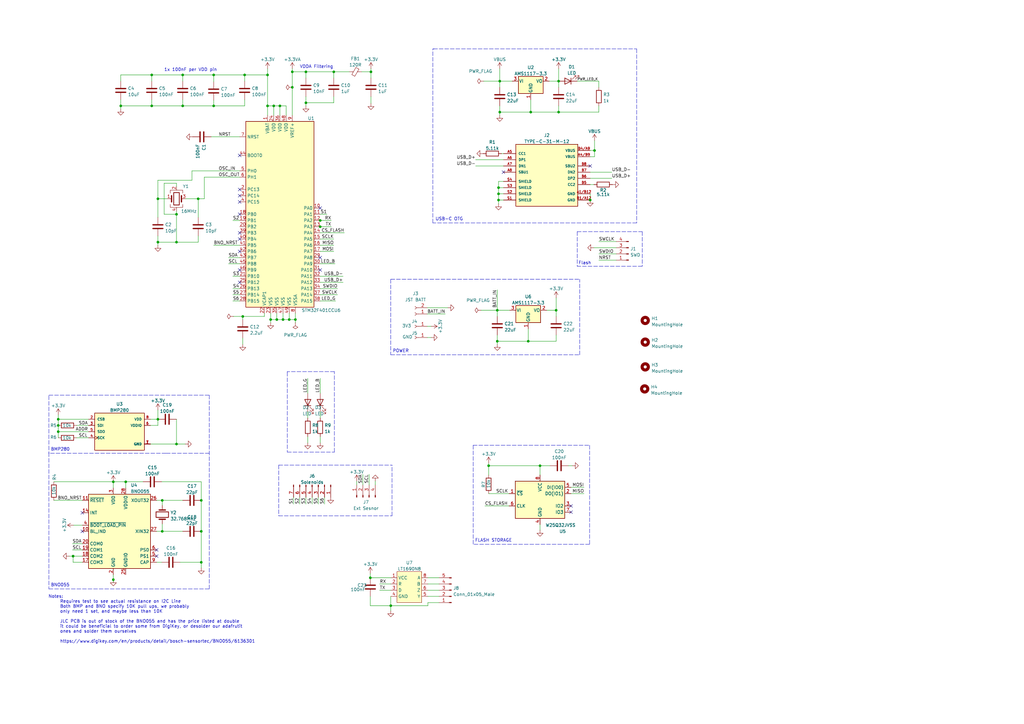
<source format=kicad_sch>
(kicad_sch (version 20211123) (generator eeschema)
  (paper "A3")
  (lib_symbols
    (symbol "BMP280:BMP280" (pin_names (offset 1.016))
      (property "Reference" "U" (at -10.1796 7.6347 0))
      (property "Value" "BMP280" (at -10.1693 -10.1693 0))
      (symbol "BMP280_0_0"
        (pin power_in line (at 12.7 -5.08 180) (length 2.54) (name "GND") (number "1"))
        (pin input line (at -12.7 5.08 0) (length 2.54) (name "CSB") (number "2"))
        (pin bidirectional line (at -12.7 2.54 0) (length 2.54) (name "SDI") (number "3"))
        (pin input clock (at -12.7 -2.54 0) (length 2.54) (name "SCK") (number "4"))
        (pin bidirectional line (at -12.7 0 0) (length 2.54) (name "SDO") (number "5"))
        (pin power_in line (at 12.7 2.54 180) (length 2.54) (name "VDDIO") (number "6"))
        (pin power_in line (at 12.7 -5.08 180) (length 2.54) (name "GND") (number "7"))
        (pin power_in line (at 12.7 5.08 180) (length 2.54) (name "VDD") (number "8"))
      )
    )
    (symbol "Connector:Conn_01x01_Female" (pin_names (offset 1.016) hide)
      (property "Reference" "J" (at 0 2.54 0))
      (property "Value" "Conn_01x01_Female" (at 0 -2.54 0))
      (symbol "Conn_01x01_Female_1_1"
        (pin passive line (at -5.08 0 0) (length 3.81) (name "Pin_1") (number "1"))
      )
    )
    (symbol "Connector:Conn_01x02_Female" (pin_names (offset 1.016) hide)
      (property "Reference" "J" (at 0 2.54 0))
      (property "Value" "Conn_01x02_Female" (at 0 -5.08 0))
      (symbol "Conn_01x02_Female_1_1"
        (pin passive line (at -5.08 0 0) (length 3.81) (name "Pin_1") (number "1"))
        (pin passive line (at -5.08 -2.54 0) (length 3.81) (name "Pin_2") (number "2"))
      )
    )
    (symbol "Connector:Conn_01x04_Male" (pin_names (offset 1.016) hide)
      (property "Reference" "J" (at 0 5.08 0))
      (property "Value" "Conn_01x04_Male" (at 0 -7.62 0))
      (symbol "Conn_01x04_Male_1_1"
        (pin passive line (at 5.08 2.54 180) (length 3.81) (name "Pin_1") (number "1"))
        (pin passive line (at 5.08 0 180) (length 3.81) (name "Pin_2") (number "2"))
        (pin passive line (at 5.08 -2.54 180) (length 3.81) (name "Pin_3") (number "3"))
        (pin passive line (at 5.08 -5.08 180) (length 3.81) (name "Pin_4") (number "4"))
      )
    )
    (symbol "Connector:Conn_01x05_Male" (pin_names (offset 1.016) hide)
      (property "Reference" "J" (at 0 7.62 0))
      (property "Value" "Conn_01x05_Male" (at 0 -7.62 0))
      (symbol "Conn_01x05_Male_1_1"
        (pin passive line (at 5.08 5.08 180) (length 3.81) (name "Pin_1") (number "1"))
        (pin passive line (at 5.08 2.54 180) (length 3.81) (name "Pin_2") (number "2"))
        (pin passive line (at 5.08 0 180) (length 3.81) (name "Pin_3") (number "3"))
        (pin passive line (at 5.08 -2.54 180) (length 3.81) (name "Pin_4") (number "4"))
        (pin passive line (at 5.08 -5.08 180) (length 3.81) (name "Pin_5") (number "5"))
      )
    )
    (symbol "Connector:Conn_01x07_Male" (pin_names (offset 1.016) hide)
      (property "Reference" "J" (at 0 10.16 0))
      (property "Value" "Conn_01x07_Male" (at 0 -10.16 0))
      (symbol "Conn_01x07_Male_1_1"
        (pin passive line (at 5.08 7.62 180) (length 3.81) (name "Pin_1") (number "1"))
        (pin passive line (at 5.08 5.08 180) (length 3.81) (name "Pin_2") (number "2"))
        (pin passive line (at 5.08 2.54 180) (length 3.81) (name "Pin_3") (number "3"))
        (pin passive line (at 5.08 0 180) (length 3.81) (name "Pin_4") (number "4"))
        (pin passive line (at 5.08 -2.54 180) (length 3.81) (name "Pin_5") (number "5"))
        (pin passive line (at 5.08 -5.08 180) (length 3.81) (name "Pin_6") (number "6"))
        (pin passive line (at 5.08 -7.62 180) (length 3.81) (name "Pin_7") (number "7"))
      )
    )
    (symbol "Device:C" (pin_numbers hide) (pin_names (offset 0.254))
      (property "Reference" "C" (at 0.635 2.54 0))
      (property "Value" "C" (at 0.635 -2.54 0))
      (symbol "C_1_1"
        (pin passive line (at 0 3.81 270) (length 2.794) (name "~") (number "1"))
        (pin passive line (at 0 -3.81 90) (length 2.794) (name "~") (number "2"))
      )
    )
    (symbol "Device:Crystal" (pin_numbers hide) (pin_names (offset 1.016) hide)
      (property "Reference" "Y" (at 0 3.81 0))
      (property "Value" "Crystal" (at 0 -3.81 0))
      (symbol "Crystal_1_1"
        (pin passive line (at -3.81 0 0) (length 1.27) (name "1") (number "1"))
        (pin passive line (at 3.81 0 180) (length 1.27) (name "2") (number "2"))
      )
    )
    (symbol "Device:Crystal_GND24" (pin_names (offset 1.016) hide)
      (property "Reference" "Y" (at 3.175 5.08 0))
      (property "Value" "Crystal_GND24" (at 3.175 3.175 0))
      (symbol "Crystal_GND24_1_1"
        (pin passive line (at -3.81 0 0) (length 1.27) (name "1") (number "1"))
        (pin passive line (at 0 5.08 270) (length 1.27) (name "2") (number "2"))
        (pin passive line (at 3.81 0 180) (length 1.27) (name "3") (number "3"))
        (pin passive line (at 0 -5.08 90) (length 1.27) (name "4") (number "4"))
      )
    )
    (symbol "Device:FerriteBead_Small" (pin_numbers hide) (pin_names (offset 0))
      (property "Reference" "FB" (at 1.905 1.27 0))
      (property "Value" "FerriteBead_Small" (at 1.905 -1.27 0))
      (symbol "FerriteBead_Small_1_1"
        (pin passive line (at 0 2.54 270) (length 1.27) (name "~") (number "1"))
        (pin passive line (at 0 -2.54 90) (length 1.27) (name "~") (number "2"))
      )
    )
    (symbol "Device:LED" (pin_numbers hide) (pin_names (offset 1.016) hide)
      (property "Reference" "D" (at 0 2.54 0))
      (property "Value" "LED" (at 0 -2.54 0))
      (symbol "LED_1_1"
        (pin passive line (at -3.81 0 0) (length 2.54) (name "K") (number "1"))
        (pin passive line (at 3.81 0 180) (length 2.54) (name "A") (number "2"))
      )
    )
    (symbol "Device:R" (pin_numbers hide) (pin_names (offset 0))
      (property "Reference" "R" (at 2.032 0 90))
      (property "Value" "R" (at 0 0 90))
      (symbol "R_1_1"
        (pin passive line (at 0 3.81 270) (length 1.27) (name "~") (number "1"))
        (pin passive line (at 0 -3.81 90) (length 1.27) (name "~") (number "2"))
      )
    )
    (symbol "MCU_ST_STM32F4:STM32F401CCUx"
      (property "Reference" "U?" (at 10.16 39.37 0))
      (property "Value" "STM32F401CCU6" (at 7.62 -39.37 0))
      (symbol "STM32F401CCUx_1_1"
        (pin power_in line (at -6.35 40.64 270) (length 2.54) (name "VBAT") (number "1"))
        (pin bidirectional line (at 15.24 2.54 180) (length 2.54) (name "PA0") (number "10"))
        (pin bidirectional line (at 15.24 0 180) (length 2.54) (name "PA1") (number "11"))
        (pin bidirectional line (at 15.24 -2.54 180) (length 2.54) (name "PA2") (number "12"))
        (pin bidirectional line (at 15.24 -5.08 180) (length 2.54) (name "PA3") (number "13"))
        (pin bidirectional line (at 15.24 -7.62 180) (length 2.54) (name "PA4") (number "14"))
        (pin bidirectional line (at 15.24 -10.16 180) (length 2.54) (name "PA5") (number "15"))
        (pin bidirectional line (at 15.24 -12.7 180) (length 2.54) (name "PA6") (number "16"))
        (pin bidirectional line (at 15.24 -15.24 180) (length 2.54) (name "PA7") (number "17"))
        (pin bidirectional line (at -17.78 0 0) (length 2.54) (name "PB0") (number "18"))
        (pin bidirectional line (at -17.78 -2.54 0) (length 2.54) (name "PB1") (number "19"))
        (pin bidirectional line (at -17.78 10.16 0) (length 2.54) (name "PC13") (number "2"))
        (pin bidirectional line (at -17.78 -5.08 0) (length 2.54) (name "PB2") (number "20"))
        (pin bidirectional line (at -17.78 -25.4 0) (length 2.54) (name "PB10") (number "21"))
        (pin power_in line (at -7.62 -40.64 90) (length 2.54) (name "VCAP1") (number "22"))
        (pin power_in line (at -5.08 -40.64 90) (length 2.54) (name "VSS") (number "23"))
        (pin power_in line (at -3.81 40.64 270) (length 2.54) (name "VDD") (number "24"))
        (pin bidirectional line (at -17.78 -27.94 0) (length 2.54) (name "PB12") (number "25"))
        (pin bidirectional line (at -17.78 -30.48 0) (length 2.54) (name "PB13") (number "26"))
        (pin bidirectional line (at -17.78 -33.02 0) (length 2.54) (name "PB14") (number "27"))
        (pin bidirectional line (at -17.78 -35.56 0) (length 2.54) (name "PB15") (number "28"))
        (pin bidirectional line (at 15.24 -17.78 180) (length 2.54) (name "PA8") (number "29"))
        (pin bidirectional line (at -17.78 7.62 0) (length 2.54) (name "PC14") (number "3"))
        (pin bidirectional line (at 15.24 -20.32 180) (length 2.54) (name "PA9") (number "30"))
        (pin bidirectional line (at 15.24 -22.86 180) (length 2.54) (name "PA10") (number "31"))
        (pin bidirectional line (at 15.24 -25.4 180) (length 2.54) (name "PA11") (number "32"))
        (pin bidirectional line (at 15.24 -27.94 180) (length 2.54) (name "PA12") (number "33"))
        (pin bidirectional line (at 15.24 -30.48 180) (length 2.54) (name "PA13") (number "34"))
        (pin power_in line (at -2.54 -40.64 90) (length 2.54) (name "VSS") (number "35"))
        (pin power_in line (at -1.27 40.64 270) (length 2.54) (name "VDD") (number "36"))
        (pin bidirectional line (at 15.24 -33.02 180) (length 2.54) (name "PA14") (number "37"))
        (pin bidirectional line (at 15.24 -35.56 180) (length 2.54) (name "PA15") (number "38"))
        (pin bidirectional line (at -17.78 -7.62 0) (length 2.54) (name "PB3") (number "39"))
        (pin bidirectional line (at -17.78 5.08 0) (length 2.54) (name "PC15") (number "4"))
        (pin bidirectional line (at -17.78 -10.16 0) (length 2.54) (name "PB4") (number "40"))
        (pin bidirectional line (at -17.78 -12.7 0) (length 2.54) (name "PB5") (number "41"))
        (pin bidirectional line (at -17.78 -15.24 0) (length 2.54) (name "PB6") (number "42"))
        (pin bidirectional line (at -17.78 -17.78 0) (length 2.54) (name "PB7") (number "43"))
        (pin input line (at -17.78 24.13 0) (length 2.54) (name "BOOT0") (number "44"))
        (pin bidirectional line (at -17.78 -20.32 0) (length 2.54) (name "PB8") (number "45"))
        (pin bidirectional line (at -17.78 -22.86 0) (length 2.54) (name "PB9") (number "46"))
        (pin power_in line (at 0 -40.64 90) (length 2.54) (name "VSS") (number "47"))
        (pin power_in line (at 1.27 40.64 270) (length 2.54) (name "VDD") (number "48"))
        (pin power_in line (at 2.54 -40.64 90) (length 2.54) (name "VSS") (number "49"))
        (pin input line (at -17.78 17.78 0) (length 2.54) (name "PH0") (number "5"))
        (pin input line (at -17.78 15.24 0) (length 2.54) (name "PH1") (number "6"))
        (pin input line (at -17.78 31.75 0) (length 2.54) (name "NRST") (number "7"))
        (pin power_in line (at 5.08 -40.64 90) (length 2.54) (name "VSSA") (number "8"))
        (pin power_in line (at 3.81 40.64 270) (length 2.54) (name "VREF+") (number "9"))
      )
    )
    (symbol "Mechanical:MountingHole" (pin_names (offset 1.016))
      (property "Reference" "H" (at 0 5.08 0))
      (property "Value" "MountingHole" (at 0 3.175 0))
    )
    (symbol "Memory_Flash:W25Q32JVSS"
      (property "Reference" "U" (at -8.89 8.89 0))
      (property "Value" "W25Q32JVSS" (at 7.62 8.89 0))
      (symbol "W25Q32JVSS_1_1"
        (pin input line (at -12.7 2.54 0) (length 2.54) (name "~{CS}") (number "1"))
        (pin bidirectional line (at 12.7 2.54 180) (length 2.54) (name "DO(IO1)") (number "2"))
        (pin bidirectional line (at 12.7 -2.54 180) (length 2.54) (name "IO2") (number "3"))
        (pin power_in line (at 0 -10.16 90) (length 2.54) (name "GND") (number "4"))
        (pin bidirectional line (at 12.7 5.08 180) (length 2.54) (name "DI(IO0)") (number "5"))
        (pin input line (at -12.7 -2.54 0) (length 2.54) (name "CLK") (number "6"))
        (pin bidirectional line (at 12.7 -5.08 180) (length 2.54) (name "IO3") (number "7"))
        (pin power_in line (at 0 10.16 270) (length 2.54) (name "VCC") (number "8"))
      )
    )
    (symbol "Regulator_Linear:AMS1117-3.3" (pin_names (offset 0.254))
      (property "Reference" "U" (at -3.81 3.175 0))
      (property "Value" "AMS1117-3.3" (at 0 3.175 0))
      (symbol "AMS1117-3.3_1_1"
        (pin power_in line (at 0 -7.62 90) (length 2.54) (name "GND") (number "1"))
        (pin power_out line (at 7.62 0 180) (length 2.54) (name "VO") (number "2"))
        (pin power_in line (at -7.62 0 0) (length 2.54) (name "VI") (number "3"))
      )
    )
    (symbol "Sensor_Motion:BNO055"
      (property "Reference" "U" (at -11.43 16.51 0))
      (property "Value" "BNO055" (at 12.7 16.51 0))
      (symbol "BNO055_1_1"
        (pin no_connect line (at -12.7 10.16 0) (length 2.54) hide (name "PIN1") (number "1"))
        (pin output line (at -15.24 0 0) (length 2.54) (name "BL_IND") (number "10"))
        (pin input line (at -15.24 12.7 0) (length 2.54) (name "~{RESET}") (number "11"))
        (pin no_connect line (at 12.7 10.16 180) (length 2.54) hide (name "PIN12") (number "12"))
        (pin no_connect line (at 12.7 7.62 180) (length 2.54) hide (name "PIN13") (number "13"))
        (pin output line (at -15.24 7.62 0) (length 2.54) (name "INT") (number "14"))
        (pin passive line (at 2.54 -17.78 90) (length 2.54) hide (name "GNDIO") (number "15"))
        (pin passive line (at 2.54 -17.78 90) (length 2.54) hide (name "GNDIO") (number "16"))
        (pin input line (at -15.24 -12.7 0) (length 2.54) (name "COM3") (number "17"))
        (pin bidirectional line (at -15.24 -10.16 0) (length 2.54) (name "COM2") (number "18"))
        (pin bidirectional line (at -15.24 -7.62 0) (length 2.54) (name "COM1") (number "19"))
        (pin power_in line (at -2.54 -17.78 90) (length 2.54) (name "GND") (number "2"))
        (pin bidirectional line (at -15.24 -5.08 0) (length 2.54) (name "COM0") (number "20"))
        (pin no_connect line (at 12.7 5.08 180) (length 2.54) hide (name "PIN21") (number "21"))
        (pin no_connect line (at 12.7 2.54 180) (length 2.54) hide (name "PIN22") (number "22"))
        (pin no_connect line (at 12.7 -2.54 180) (length 2.54) hide (name "PIN23") (number "23"))
        (pin no_connect line (at 12.7 -5.08 180) (length 2.54) hide (name "PIN24") (number "24"))
        (pin power_in line (at 2.54 -17.78 90) (length 2.54) (name "GNDIO") (number "25"))
        (pin output line (at 15.24 12.7 180) (length 2.54) (name "XOUT32") (number "26"))
        (pin input line (at 15.24 0 180) (length 2.54) (name "XIN32") (number "27"))
        (pin power_in line (at 2.54 17.78 270) (length 2.54) (name "VDDIO") (number "28"))
        (pin power_in line (at -2.54 17.78 270) (length 2.54) (name "VDD") (number "3"))
        (pin input line (at -15.24 2.54 0) (length 2.54) (name "~{BOOT_LOAD_PIN}") (number "4"))
        (pin input line (at 15.24 -10.16 180) (length 2.54) (name "PS1") (number "5"))
        (pin input line (at 15.24 -7.62 180) (length 2.54) (name "PS0") (number "6"))
        (pin no_connect line (at -12.7 5.08 0) (length 2.54) hide (name "PIN7") (number "7"))
        (pin no_connect line (at -12.7 -2.54 0) (length 2.54) hide (name "PIN8") (number "8"))
        (pin passive line (at 15.24 -12.7 180) (length 2.54) (name "CAP") (number "9"))
      )
    )
    (symbol "TYPE-C-31-M-12:TYPE-C-31-M-12" (pin_names (offset 1.016))
      (property "Reference" "J3" (at 0 16.3998 0))
      (property "Value" "TYPE-C-31-M-12" (at 0 13.8629 0))
      (symbol "TYPE-C-31-M-12_0_0"
        (pin power_in line (at 17.78 -7.62 180) (length 5.08) (name "GND") (number "A1/B12"))
        (pin power_in line (at 17.78 7.62 180) (length 5.08) (name "VBUS") (number "A4/B9"))
        (pin bidirectional line (at -17.78 8.89 0) (length 5.08) (name "CC1") (number "A5"))
        (pin bidirectional line (at -17.78 6.35 0) (length 5.08) (name "DP1") (number "A6"))
        (pin bidirectional line (at -17.78 3.81 0) (length 5.08) (name "DN1") (number "A7"))
        (pin bidirectional line (at -17.78 1.27 0) (length 5.08) (name "SBU1") (number "A8"))
        (pin power_in line (at 17.78 -10.16 180) (length 5.08) (name "GND") (number "B1/A12"))
        (pin power_in line (at 17.78 10.16 180) (length 5.08) (name "VBUS") (number "B4/A9"))
        (pin bidirectional line (at 17.78 -3.81 180) (length 5.08) (name "CC2") (number "B5"))
        (pin bidirectional line (at 17.78 -1.27 180) (length 5.08) (name "DP2") (number "B6"))
        (pin bidirectional line (at 17.78 1.27 180) (length 5.08) (name "DN2") (number "B7"))
        (pin bidirectional line (at 17.78 3.81 180) (length 5.08) (name "SBU2") (number "B8"))
        (pin passive line (at -17.78 -10.16 0) (length 5.08) (name "SHIELD") (number "S1"))
        (pin passive line (at -17.78 -7.62 0) (length 5.08) (name "SHIELD") (number "S2"))
        (pin passive line (at -17.78 -5.08 0) (length 5.08) (name "SHIELD") (number "S3"))
        (pin passive line (at -17.78 -2.54 0) (length 5.08) (name "SHIELD") (number "S4"))
      )
    )
    (symbol "lt1690n8:LT1690N8"
      (property "Reference" "U?" (at 0 9.999 0))
      (property "Value" "LT1690N8" (at 0 7.4621 0))
      (symbol "LT1690N8_1_1"
        (pin power_in line (at -7.62 3.81 0) (length 2.54) (name "VCC") (number "1"))
        (pin output line (at -7.62 1.27 0) (length 2.54) (name "R") (number "2"))
        (pin input line (at -7.62 -1.27 0) (length 2.54) (name "D") (number "3"))
        (pin power_in line (at -7.62 -3.81 0) (length 2.54) (name "GND") (number "4"))
        (pin output line (at 7.62 -3.81 180) (length 2.54) (name "Y") (number "5"))
        (pin output line (at 7.62 -1.27 180) (length 2.54) (name "Z") (number "6"))
        (pin input line (at 7.62 1.27 180) (length 2.54) (name "B") (number "7"))
        (pin input line (at 7.62 3.81 180) (length 2.54) (name "A") (number "8"))
      )
    )
    (symbol "power:+3.3V" (power) (pin_names (offset 0))
      (property "Value" "+3.3V" (at 0 3.556 0))
      (symbol "+3.3V_1_1"
        (pin power_in line (at 0 0 90) (length 0) hide (name "+3.3V") (number "1"))
      )
    )
    (symbol "power:+3.3VA" (power) (pin_names (offset 0))
      (property "Value" "+3.3VA" (at 0 3.556 0))
      (symbol "+3.3VA_1_1"
        (pin power_in line (at 0 0 90) (length 0) hide (name "+3.3VA") (number "1"))
      )
    )
    (symbol "power:GND" (power) (pin_names (offset 0))
      (property "Value" "GND" (at 0 -3.81 0))
      (symbol "GND_1_1"
        (pin power_in line (at 0 0 270) (length 0) hide (name "GND") (number "1"))
      )
    )
    (symbol "power:PWR_FLAG" (power) (pin_numbers hide) (pin_names (offset 0) hide)
      (property "Value" "PWR_FLAG" (at 0 3.81 0))
      (symbol "PWR_FLAG_0_0"
        (pin power_out line (at 0 0 90) (length 0) (name "pwr") (number "1"))
      )
    )
    (symbol "power:VBUS" (power) (pin_names (offset 0))
      (property "Value" "VBUS" (at 0 3.81 0))
      (symbol "VBUS_1_1"
        (pin power_in line (at 0 0 90) (length 0) hide (name "VBUS") (number "1"))
      )
    )
  )
  (junction (at 29.972 228.092))
  (junction (at 203.962 127.254))
  (junction (at 99.568 129.794))
  (junction (at 74.93 30.734))
  (junction (at 23.876 177.038))
  (junction (at 110.998 131.064))
  (junction (at 46.482 197.612))
  (junction (at 229.108 45.974))
  (junction (at 23.876 171.958))
  (junction (at 66.548 217.932))
  (junction (at 72.39 182.118))
  (junction (at 216.662 139.954))
  (junction (at 23.876 174.498))
  (junction (at 243.84 61.722))
  (junction (at 46.482 237.744))
  (junction (at 72.39 87.884))
  (junction (at 203.962 139.954))
  (junction (at 81.28 81.534))
  (junction (at 74.93 43.434))
  (junction (at 204.47 76.962))
  (junction (at 66.548 205.232))
  (junction (at 64.77 99.314))
  (junction (at 204.47 82.042))
  (junction (at 136.906 29.464))
  (junction (at 82.55 205.232))
  (junction (at 64.77 81.534))
  (junction (at 118.618 131.064))
  (junction (at 87.63 30.734))
  (junction (at 228.092 127.254))
  (junction (at 72.39 99.314))
  (junction (at 125.476 29.464))
  (junction (at 204.47 79.502))
  (junction (at 113.538 131.064))
  (junction (at 152.146 29.464))
  (junction (at 64.77 171.958))
  (junction (at 221.488 191.008))
  (junction (at 204.978 33.274))
  (junction (at 160.274 248.412))
  (junction (at 114.808 43.434))
  (junction (at 82.55 230.632))
  (junction (at 51.562 197.612))
  (junction (at 229.108 33.274))
  (junction (at 119.888 35.814))
  (junction (at 116.078 131.064))
  (junction (at 119.888 29.464))
  (junction (at 100.33 30.734))
  (junction (at 109.728 30.734))
  (junction (at 112.268 43.434))
  (junction (at 217.678 45.974))
  (junction (at 109.728 43.434))
  (junction (at 151.892 236.982))
  (junction (at 62.23 30.734))
  (junction (at 131.318 92.964))
  (junction (at 49.53 43.434))
  (junction (at 131.318 90.424))
  (junction (at 121.158 131.064))
  (junction (at 62.23 43.434))
  (junction (at 125.476 42.164))
  (junction (at 204.978 45.974))
  (junction (at 242.062 82.042))
  (junction (at 200.406 191.008))
  (junction (at 87.63 43.434))
  (junction (at 82.55 217.932))
  (no_connect (at 206.502 70.612))
  (no_connect (at 98.298 115.824))
  (no_connect (at 98.298 110.744))
  (no_connect (at 98.298 98.044))
  (no_connect (at 98.298 77.724))
  (no_connect (at 131.318 85.344))
  (no_connect (at 98.298 80.264))
  (no_connect (at 98.298 82.804))
  (no_connect (at 98.298 87.884))
  (no_connect (at 98.298 63.754))
  (no_connect (at 242.062 68.072))
  (no_connect (at 33.782 210.312))
  (no_connect (at 64.262 228.092))
  (no_connect (at 64.262 225.552))
  (no_connect (at 33.782 217.932))
  (no_connect (at 98.298 103.124))
  (no_connect (at 131.318 110.744))
  (no_connect (at 131.318 105.664))
  (no_connect (at 98.298 95.504))
  (no_connect (at 234.188 207.518))
  (no_connect (at 234.188 210.058))
  (wire (pts (xy 66.548 205.232) (xy 74.93 205.232)))
  (wire (pts (xy 155.702 239.522) (xy 160.274 239.522)))
  (polyline (pts (xy 236.728 94.996) (xy 236.728 109.22)))
  (wire (pts (xy 100.33 30.734) (xy 109.728 30.734)))
  (wire (pts (xy 160.274 248.412) (xy 160.274 244.602)))
  (wire (pts (xy 229.108 43.434) (xy 229.108 45.974)))
  (wire (pts (xy 66.294 197.612) (xy 82.55 197.612)))
  (polyline (pts (xy 20.066 162.306) (xy 20.066 185.928)))
  (wire (pts (xy 99.568 138.684) (xy 99.568 141.224)))
  (wire (pts (xy 72.39 87.884) (xy 72.39 86.614)))
  (wire (pts (xy 29.972 230.632) (xy 29.972 228.092)))
  (wire (pts (xy 23.876 174.498) (xy 23.876 177.038)))
  (wire (pts (xy 78.74 70.104) (xy 78.74 73.914)))
  (wire (pts (xy 252.73 99.06) (xy 245.618 99.06)))
  (wire (pts (xy 175.514 236.982) (xy 180.086 236.982)))
  (wire (pts (xy 64.77 81.534) (xy 64.77 89.154)))
  (wire (pts (xy 198.882 207.518) (xy 208.788 207.518)))
  (wire (pts (xy 136.906 39.624) (xy 136.906 42.164)))
  (wire (pts (xy 126.238 168.91) (xy 126.238 171.45)))
  (wire (pts (xy 119.888 35.814) (xy 119.888 47.244)))
  (wire (pts (xy 217.678 40.894) (xy 217.678 45.974)))
  (polyline (pts (xy 114.3 190.754) (xy 114.3 211.582)))
  (wire (pts (xy 126.238 179.07) (xy 126.238 181.61)))
  (polyline (pts (xy 85.852 241.554) (xy 85.852 185.928)))
  (wire (pts (xy 62.23 40.894) (xy 62.23 43.434)))
  (wire (pts (xy 66.548 217.932) (xy 64.262 217.932)))
  (wire (pts (xy 204.978 33.274) (xy 210.058 33.274)))
  (wire (pts (xy 64.262 230.632) (xy 66.294 230.632)))
  (polyline (pts (xy 160.274 145.542) (xy 237.744 145.542)))
  (wire (pts (xy 30.226 215.392) (xy 33.782 215.392)))
  (wire (pts (xy 109.728 28.194) (xy 109.728 30.734)))
  (wire (pts (xy 64.77 81.534) (xy 68.58 81.534)))
  (wire (pts (xy 74.93 40.894) (xy 74.93 43.434)))
  (wire (pts (xy 82.55 205.232) (xy 82.55 217.932)))
  (wire (pts (xy 243.84 61.722) (xy 242.062 61.722)))
  (polyline (pts (xy 261.112 91.44) (xy 177.546 91.44)))
  (wire (pts (xy 242.062 70.612) (xy 250.952 70.612)))
  (wire (pts (xy 114.808 43.434) (xy 112.268 43.434)))
  (polyline (pts (xy 114.3 190.754) (xy 160.782 190.754)))
  (wire (pts (xy 152.146 28.194) (xy 152.146 29.464)))
  (wire (pts (xy 81.28 81.534) (xy 81.28 89.154)))
  (wire (pts (xy 46.482 235.712) (xy 46.482 237.744)))
  (wire (pts (xy 113.538 128.524) (xy 113.538 131.064)))
  (wire (pts (xy 200.406 189.992) (xy 200.406 191.008)))
  (wire (pts (xy 64.77 96.774) (xy 64.77 99.314)))
  (wire (pts (xy 78.74 73.914) (xy 64.77 73.914)))
  (wire (pts (xy 100.33 43.434) (xy 87.63 43.434)))
  (wire (pts (xy 204.978 28.194) (xy 204.978 33.274)))
  (wire (pts (xy 234.188 202.438) (xy 239.522 202.438)))
  (wire (pts (xy 67.31 75.184) (xy 67.31 87.884)))
  (polyline (pts (xy 85.852 162.052) (xy 85.852 185.928)))
  (wire (pts (xy 64.77 168.148) (xy 64.77 171.958)))
  (wire (pts (xy 229.108 45.974) (xy 217.678 45.974)))
  (wire (pts (xy 125.476 39.624) (xy 125.476 42.164)))
  (polyline (pts (xy 241.808 223.266) (xy 194.056 223.266)))
  (wire (pts (xy 100.33 33.274) (xy 100.33 30.734)))
  (polyline (pts (xy 194.056 182.626) (xy 241.808 182.626)))
  (wire (pts (xy 72.39 87.884) (xy 72.39 99.314)))
  (wire (pts (xy 130.556 206.756) (xy 130.556 203.962)))
  (wire (pts (xy 136.906 32.004) (xy 136.906 29.464)))
  (wire (pts (xy 72.39 75.184) (xy 67.31 75.184)))
  (wire (pts (xy 23.876 177.038) (xy 36.322 177.038)))
  (polyline (pts (xy 194.056 182.626) (xy 194.056 223.266)))
  (wire (pts (xy 126.238 155.194) (xy 126.238 161.29)))
  (wire (pts (xy 152.146 39.624) (xy 152.146 42.418)))
  (wire (pts (xy 131.318 115.824) (xy 140.716 115.824)))
  (polyline (pts (xy 117.856 185.42) (xy 137.16 185.42)))
  (wire (pts (xy 61.722 174.498) (xy 64.77 174.498)))
  (wire (pts (xy 72.39 182.118) (xy 75.946 182.118)))
  (wire (pts (xy 148.844 194.564) (xy 148.844 198.882)))
  (wire (pts (xy 204.978 33.274) (xy 204.978 35.814)))
  (polyline (pts (xy 20.066 162.052) (xy 68.072 162.052)))
  (wire (pts (xy 204.47 76.962) (xy 204.47 79.502)))
  (wire (pts (xy 86.614 56.134) (xy 98.298 56.134)))
  (wire (pts (xy 22.098 205.232) (xy 33.782 205.232)))
  (wire (pts (xy 121.158 131.064) (xy 121.158 132.334)))
  (wire (pts (xy 51.562 197.612) (xy 51.562 200.152)))
  (wire (pts (xy 109.728 30.734) (xy 109.728 43.434)))
  (wire (pts (xy 46.482 197.612) (xy 46.482 200.152)))
  (wire (pts (xy 151.892 248.412) (xy 160.274 248.412)))
  (wire (pts (xy 95.758 129.794) (xy 99.568 129.794)))
  (wire (pts (xy 151.892 235.204) (xy 151.892 236.982)))
  (wire (pts (xy 228.092 127.254) (xy 228.092 129.794)))
  (wire (pts (xy 131.318 123.444) (xy 137.668 123.444)))
  (wire (pts (xy 125.476 42.164) (xy 136.906 42.164)))
  (wire (pts (xy 228.092 137.414) (xy 228.092 139.954)))
  (wire (pts (xy 117.348 43.434) (xy 114.808 43.434)))
  (wire (pts (xy 151.892 244.602) (xy 151.892 248.412)))
  (wire (pts (xy 245.618 33.274) (xy 245.618 35.814)))
  (wire (pts (xy 175.26 133.858) (xy 176.784 133.858)))
  (wire (pts (xy 131.318 179.07) (xy 131.318 181.61)))
  (wire (pts (xy 216.662 139.954) (xy 203.962 139.954)))
  (wire (pts (xy 198.374 33.274) (xy 204.978 33.274)))
  (wire (pts (xy 73.914 230.632) (xy 82.55 230.632)))
  (wire (pts (xy 113.538 131.064) (xy 110.998 131.064)))
  (polyline (pts (xy 160.274 114.554) (xy 160.274 145.542)))
  (wire (pts (xy 204.47 79.502) (xy 206.502 79.502)))
  (wire (pts (xy 175.26 126.238) (xy 183.642 126.238)))
  (wire (pts (xy 245.618 45.974) (xy 229.108 45.974)))
  (wire (pts (xy 225.298 33.274) (xy 229.108 33.274)))
  (wire (pts (xy 121.158 128.524) (xy 121.158 131.064)))
  (wire (pts (xy 121.158 131.064) (xy 118.618 131.064)))
  (wire (pts (xy 46.482 197.612) (xy 51.562 197.612)))
  (wire (pts (xy 61.722 182.118) (xy 72.39 182.118)))
  (wire (pts (xy 118.618 128.524) (xy 118.618 131.064)))
  (polyline (pts (xy 177.546 91.44) (xy 177.546 20.066)))
  (wire (pts (xy 136.906 29.464) (xy 143.256 29.464)))
  (wire (pts (xy 66.548 217.932) (xy 74.93 217.932)))
  (wire (pts (xy 233.172 191.008) (xy 234.696 191.008)))
  (wire (pts (xy 131.318 155.194) (xy 131.318 161.29)))
  (wire (pts (xy 72.39 76.454) (xy 72.39 75.184)))
  (wire (pts (xy 203.962 118.872) (xy 203.962 127.254)))
  (polyline (pts (xy 160.274 114.554) (xy 237.744 114.554)))
  (polyline (pts (xy 261.112 20.066) (xy 261.112 91.44)))
  (polyline (pts (xy 236.728 94.996) (xy 263.398 94.996)))
  (wire (pts (xy 67.31 87.884) (xy 72.39 87.884)))
  (wire (pts (xy 131.318 118.364) (xy 138.43 118.364)))
  (wire (pts (xy 118.618 131.064) (xy 116.078 131.064)))
  (wire (pts (xy 128.016 206.756) (xy 128.016 203.962)))
  (wire (pts (xy 242.062 73.152) (xy 250.952 73.152)))
  (wire (pts (xy 245.618 106.68) (xy 252.73 106.68)))
  (wire (pts (xy 243.586 101.6) (xy 252.73 101.6)))
  (wire (pts (xy 131.318 98.044) (xy 136.906 98.044)))
  (wire (pts (xy 204.47 76.962) (xy 206.502 76.962)))
  (wire (pts (xy 234.188 199.898) (xy 239.522 199.898)))
  (wire (pts (xy 203.962 127.254) (xy 209.042 127.254)))
  (wire (pts (xy 49.53 33.274) (xy 49.53 30.734)))
  (wire (pts (xy 87.63 43.434) (xy 74.93 43.434)))
  (wire (pts (xy 81.28 99.314) (xy 72.39 99.314)))
  (wire (pts (xy 206.502 74.422) (xy 204.47 74.422)))
  (wire (pts (xy 229.108 33.274) (xy 229.108 28.194)))
  (wire (pts (xy 152.146 29.464) (xy 152.146 32.004)))
  (wire (pts (xy 95.504 90.424) (xy 98.298 90.424)))
  (wire (pts (xy 125.476 29.464) (xy 119.888 29.464)))
  (wire (pts (xy 242.062 79.502) (xy 242.062 82.042)))
  (wire (pts (xy 28.448 228.092) (xy 29.972 228.092)))
  (wire (pts (xy 243.84 57.658) (xy 243.84 61.722)))
  (wire (pts (xy 23.876 171.958) (xy 36.322 171.958)))
  (wire (pts (xy 175.26 138.43) (xy 176.784 138.43)))
  (wire (pts (xy 87.63 41.148) (xy 87.63 43.434)))
  (wire (pts (xy 87.63 30.734) (xy 87.63 33.528)))
  (wire (pts (xy 221.488 194.818) (xy 221.488 191.008)))
  (wire (pts (xy 112.268 43.434) (xy 112.268 47.244)))
  (wire (pts (xy 148.336 29.464) (xy 152.146 29.464)))
  (wire (pts (xy 29.718 225.552) (xy 33.782 225.552)))
  (polyline (pts (xy 263.398 109.22) (xy 236.728 109.22)))
  (wire (pts (xy 95.504 118.364) (xy 98.298 118.364)))
  (wire (pts (xy 119.888 28.194) (xy 119.888 29.464)))
  (wire (pts (xy 64.77 174.498) (xy 64.77 171.958)))
  (wire (pts (xy 82.55 217.932) (xy 82.55 230.632)))
  (wire (pts (xy 116.078 131.064) (xy 113.538 131.064)))
  (wire (pts (xy 46.482 237.744) (xy 46.482 238.76)))
  (polyline (pts (xy 177.546 20.066) (xy 178.054 20.066)))
  (wire (pts (xy 175.514 242.062) (xy 180.086 242.062)))
  (wire (pts (xy 122.936 206.756) (xy 122.936 203.962)))
  (polyline (pts (xy 68.072 185.928) (xy 20.066 185.928)))
  (wire (pts (xy 120.396 206.756) (xy 120.396 203.962)))
  (wire (pts (xy 83.82 81.534) (xy 81.28 81.534)))
  (wire (pts (xy 74.93 30.734) (xy 74.93 33.274)))
  (polyline (pts (xy 263.398 94.996) (xy 263.398 109.22)))
  (wire (pts (xy 200.406 202.438) (xy 208.788 202.438)))
  (wire (pts (xy 95.504 123.444) (xy 98.298 123.444)))
  (polyline (pts (xy 114.3 211.582) (xy 160.782 211.582)))
  (polyline (pts (xy 20.066 241.554) (xy 85.852 241.554)))
  (wire (pts (xy 87.63 30.734) (xy 100.33 30.734)))
  (wire (pts (xy 146.304 197.358) (xy 146.304 198.882)))
  (wire (pts (xy 125.476 42.164) (xy 125.476 43.434)))
  (wire (pts (xy 180.086 247.142) (xy 175.514 247.142)))
  (wire (pts (xy 62.23 43.434) (xy 49.53 43.434)))
  (polyline (pts (xy 241.808 182.626) (xy 241.808 223.266)))
  (polyline (pts (xy 137.16 152.4) (xy 117.856 152.4)))
  (wire (pts (xy 95.504 113.284) (xy 98.298 113.284)))
  (polyline (pts (xy 85.852 185.928) (xy 68.072 185.928)))
  (wire (pts (xy 224.282 127.254) (xy 228.092 127.254)))
  (wire (pts (xy 155.702 242.062) (xy 160.274 242.062)))
  (wire (pts (xy 228.092 127.254) (xy 228.092 122.174)))
  (polyline (pts (xy 237.744 145.542) (xy 237.744 114.554)))
  (wire (pts (xy 200.406 191.008) (xy 200.406 194.818)))
  (wire (pts (xy 204.47 79.502) (xy 204.47 82.042)))
  (wire (pts (xy 61.722 171.958) (xy 64.77 171.958)))
  (wire (pts (xy 204.47 74.422) (xy 204.47 76.962)))
  (wire (pts (xy 175.514 248.412) (xy 160.274 248.412)))
  (wire (pts (xy 221.488 191.008) (xy 225.552 191.008)))
  (wire (pts (xy 151.892 236.982) (xy 160.274 236.982)))
  (wire (pts (xy 204.978 45.974) (xy 204.978 47.244)))
  (wire (pts (xy 29.718 223.012) (xy 33.782 223.012)))
  (wire (pts (xy 83.82 72.644) (xy 83.82 81.534)))
  (wire (pts (xy 108.458 129.794) (xy 108.458 128.524)))
  (wire (pts (xy 204.978 43.434) (xy 204.978 45.974)))
  (wire (pts (xy 99.568 129.794) (xy 108.458 129.794)))
  (wire (pts (xy 216.662 134.874) (xy 216.662 139.954)))
  (polyline (pts (xy 117.856 152.654) (xy 117.856 185.42)))
  (polyline (pts (xy 117.856 152.4) (xy 117.856 152.654)))
  (wire (pts (xy 131.318 95.504) (xy 141.224 95.504)))
  (wire (pts (xy 119.888 29.464) (xy 119.888 35.814)))
  (wire (pts (xy 131.318 100.584) (xy 136.906 100.584)))
  (wire (pts (xy 206.502 82.042) (xy 204.47 82.042)))
  (wire (pts (xy 131.318 103.124) (xy 136.906 103.124)))
  (wire (pts (xy 114.808 43.434) (xy 114.808 47.244)))
  (wire (pts (xy 136.906 29.464) (xy 125.476 29.464)))
  (wire (pts (xy 100.33 40.894) (xy 100.33 43.434)))
  (wire (pts (xy 217.678 45.974) (xy 204.978 45.974)))
  (wire (pts (xy 221.488 215.138) (xy 221.488 217.424)))
  (wire (pts (xy 195.072 68.072) (xy 206.502 68.072)))
  (wire (pts (xy 64.77 99.314) (xy 64.77 100.584)))
  (wire (pts (xy 31.496 174.498) (xy 36.322 174.498)))
  (wire (pts (xy 78.74 70.104) (xy 98.298 70.104)))
  (wire (pts (xy 23.876 171.958) (xy 23.876 174.498)))
  (wire (pts (xy 82.55 230.632) (xy 82.55 232.918)))
  (wire (pts (xy 206.502 65.532) (xy 195.072 65.532)))
  (wire (pts (xy 64.262 205.232) (xy 66.548 205.232)))
  (wire (pts (xy 135.8772 92.964) (xy 131.318 92.964)))
  (wire (pts (xy 131.318 168.91) (xy 131.318 171.45)))
  (wire (pts (xy 228.092 139.954) (xy 216.662 139.954)))
  (wire (pts (xy 33.782 230.632) (xy 29.972 230.632)))
  (wire (pts (xy 131.318 87.884) (xy 134.112 87.884)))
  (wire (pts (xy 49.53 43.434) (xy 49.53 44.704)))
  (wire (pts (xy 66.548 205.232) (xy 66.548 207.264)))
  (wire (pts (xy 110.998 128.524) (xy 110.998 131.064)))
  (wire (pts (xy 29.972 228.092) (xy 33.782 228.092)))
  (wire (pts (xy 197.358 127.254) (xy 203.962 127.254)))
  (wire (pts (xy 31.496 179.578) (xy 36.322 179.578)))
  (wire (pts (xy 23.876 170.18) (xy 23.876 171.958)))
  (polyline (pts (xy 160.782 211.582) (xy 160.782 190.754)))
  (wire (pts (xy 72.39 171.958) (xy 72.39 182.118)))
  (wire (pts (xy 204.47 82.042) (xy 204.47 83.566)))
  (wire (pts (xy 125.476 29.464) (xy 125.476 32.004)))
  (wire (pts (xy 242.062 75.692) (xy 243.586 75.692)))
  (wire (pts (xy 203.962 137.414) (xy 203.962 139.954)))
  (wire (pts (xy 49.53 30.734) (xy 62.23 30.734)))
  (wire (pts (xy 116.078 128.524) (xy 116.078 131.064)))
  (wire (pts (xy 131.318 92.964) (xy 131.3052 92.964)))
  (wire (pts (xy 153.924 197.358) (xy 153.924 198.882)))
  (wire (pts (xy 109.728 43.434) (xy 109.728 47.244)))
  (wire (pts (xy 131.318 120.904) (xy 138.43 120.904)))
  (wire (pts (xy 151.384 194.564) (xy 151.384 198.882)))
  (wire (pts (xy 245.618 43.434) (xy 245.618 45.974)))
  (wire (pts (xy 95.504 120.904) (xy 98.298 120.904)))
  (wire (pts (xy 135.8772 90.424) (xy 131.318 90.424)))
  (wire (pts (xy 236.728 33.274) (xy 245.618 33.274)))
  (wire (pts (xy 93.726 108.204) (xy 98.298 108.204)))
  (wire (pts (xy 205.74 62.992) (xy 206.502 62.992)))
  (wire (pts (xy 110.998 131.064) (xy 110.998 132.334)))
  (wire (pts (xy 62.23 30.734) (xy 62.23 33.274)))
  (wire (pts (xy 99.568 131.064) (xy 99.568 129.794)))
  (wire (pts (xy 22.098 197.612) (xy 46.482 197.612)))
  (wire (pts (xy 81.28 96.774) (xy 81.28 99.314)))
  (wire (pts (xy 200.406 191.008) (xy 221.488 191.008)))
  (wire (pts (xy 175.26 128.778) (xy 182.626 128.778)))
  (wire (pts (xy 117.348 47.244) (xy 117.348 43.434)))
  (wire (pts (xy 203.962 139.954) (xy 203.962 141.224)))
  (wire (pts (xy 76.2 81.534) (xy 81.28 81.534)))
  (wire (pts (xy 74.93 43.434) (xy 62.23 43.434)))
  (wire (pts (xy 125.476 206.756) (xy 125.476 203.962)))
  (wire (pts (xy 131.318 113.284) (xy 140.716 113.284)))
  (wire (pts (xy 64.77 73.914) (xy 64.77 81.534)))
  (wire (pts (xy 83.82 72.644) (xy 98.298 72.644)))
  (wire (pts (xy 112.268 43.434) (xy 109.728 43.434)))
  (wire (pts (xy 175.514 244.602) (xy 180.086 244.602)))
  (wire (pts (xy 93.726 105.664) (xy 98.298 105.664)))
  (wire (pts (xy 66.548 214.884) (xy 66.548 217.932)))
  (wire (pts (xy 133.096 206.756) (xy 133.096 203.962)))
  (wire (pts (xy 175.514 247.142) (xy 175.514 248.412)))
  (polyline (pts (xy 137.16 185.42) (xy 137.16 152.4)))
  (polyline (pts (xy 20.066 185.674) (xy 20.066 241.554)))
  (wire (pts (xy 242.062 64.262) (xy 243.84 64.262)))
  (wire (pts (xy 203.962 127.254) (xy 203.962 129.794)))
  (wire (pts (xy 82.55 197.612) (xy 82.55 205.232)))
  (wire (pts (xy 131.318 108.204) (xy 137.414 108.204)))
  (wire (pts (xy 87.63 100.584) (xy 98.298 100.584)))
  (wire (pts (xy 62.23 30.734) (xy 74.93 30.734)))
  (wire (pts (xy 243.84 64.262) (xy 243.84 61.722)))
  (wire (pts (xy 160.274 248.412) (xy 160.274 250.444)))
  (wire (pts (xy 131.318 90.424) (xy 131.3052 90.424)))
  (wire (pts (xy 51.562 197.612) (xy 58.674 197.612)))
  (wire (pts (xy 72.39 99.314) (xy 64.77 99.314)))
  (wire (pts (xy 23.876 177.038) (xy 23.876 179.578)))
  (wire (pts (xy 49.53 40.894) (xy 49.53 43.434)))
  (wire (pts (xy 229.108 33.274) (xy 229.108 35.814)))
  (wire (pts (xy 74.93 30.734) (xy 87.63 30.734)))
  (wire (pts (xy 175.514 239.522) (xy 180.086 239.522)))
  (polyline (pts (xy 177.8 20.066) (xy 261.112 20.066)))
  (wire (pts (xy 252.73 104.14) (xy 245.618 104.14)))
  (polyline (pts (xy 68.072 162.052) (xy 85.852 162.052)))
  (text "VDDA Filtering" (at 122.936 28.194 0) (effects (font (size 1.27 1.27)) (justify left bottom)))
  (text "Flash" (at 237.236 108.712 0) (effects (font (size 1.27 1.27)) (justify left bottom)))
  (text "FLASH STORAGE" (at 194.818 222.504 0) (effects (font (size 1.27 1.27)) (justify left bottom)))
  (text "1x 100nF per VDD pin" (at 67.31 29.464 0) (effects (font (size 1.27 1.27)) (justify left bottom)))
  (text "Notes:\n	Requires test to see actual resistance on I2C Line\n	Both BMP and BNO specify 10K pull ups, we probably\n	only need 1 set, and maybe less than 10K\n\n	JLC PCB is out of stock of the BNO055 and has the price listed at double\n	it could be beneficial to order some from DigiKey, or desolder our adafrutit\n	ones and solder them ourselves\n\n	https://www.digikey.com/en/products/detail/bosch-sensortec/BNO055/6136301" (at 19.812 263.906 0) (effects (font (size 1.27 1.27)) (justify left bottom)))
  (text "USB-C OTG" (at 178.562 90.678 0) (effects (font (size 1.27 1.27)) (justify left bottom)))
  (text "BNO055" (at 20.828 240.792 0) (effects (font (size 1.27 1.27)) (justify left bottom)))
  (text "BMP280" (at 20.828 185.166 0) (effects (font (size 1.27 1.27)) (justify left bottom)))
  (text "POWER" (at 161.036 144.78 0) (effects (font (size 1.27 1.27)) (justify left bottom)))
  (label "SCL" (at 151.384 194.564 270))
  (label "USB_D-" (at 140.716 113.284 180))
  (label "USB_D+" (at 140.716 115.824 180))
  (label "S2" (at 122.936 206.756 90))
  (label "S1" (at 120.396 206.756 90))
  (label "SCL" (at 93.726 108.204 0))
  (label "SCL" (at 32.258 179.578 0))
  (label "USB_D-" (at 195.072 68.072 180))
  (label "LED_B" (at 137.414 108.204 180))
  (label "USB_D+" (at 195.072 65.532 180))
  (label "OSC_IN" (at 89.662 70.104 0))
  (label "BNO_NRST" (at 87.63 100.584 0))
  (label "SWCLK" (at 245.618 99.06 0))
  (label "CS_FLASH" (at 141.224 95.504 180))
  (label "LED_G" (at 137.668 123.444 180))
  (label "SWDIO" (at 245.618 104.14 0))
  (label "S5" (at 130.556 206.756 90))
  (label "S3" (at 125.476 206.756 90))
  (label "OSC_OUT" (at 89.662 72.644 0))
  (label "NRST" (at 245.618 106.68 0))
  (label "BATT_IN" (at 203.962 118.872 270))
  (label "TX" (at 135.8772 92.964 180))
  (label "BATT_IN" (at 182.626 128.778 180))
  (label "USB_D-" (at 250.952 70.612 0))
  (label "S6" (at 95.504 123.444 0))
  (label "CS_FLASH" (at 198.882 207.518 0))
  (label "MOSI" (at 239.522 199.898 180))
  (label "SWCLK" (at 138.43 120.904 180))
  (label "S4" (at 95.504 118.364 0))
  (label "SDA" (at 93.726 105.664 0))
  (label "SDA" (at 32.258 174.498 0))
  (label "SDA" (at 148.844 194.564 270))
  (label "SCLK" (at 203.454 202.438 0))
  (label "LED_B" (at 131.318 155.194 270))
  (label "S1" (at 134.112 87.884 180))
  (label "MISO" (at 136.906 100.584 180))
  (label "PWR_LED_K" (at 236.728 33.274 0) (effects (font (size 1 1))))
  (label "BNO_NRST" (at 23.622 205.232 0))
  (label "SCLK" (at 136.906 98.044 180))
  (label "RX" (at 135.8772 90.424 180))
  (label "S6" (at 133.096 206.756 90))
  (label "USB_D+" (at 250.952 73.152 0))
  (label "S2" (at 95.504 90.424 0))
  (label "S4" (at 128.016 206.756 90))
  (label "SWDIO" (at 138.43 118.364 180))
  (label "NRST" (at 89.662 56.134 0))
  (label "ADDR" (at 30.988 177.038 0))
  (label "SCL" (at 29.718 225.552 0))
  (label "S5" (at 95.504 120.904 0))
  (label "LED_G" (at 126.238 155.194 270))
  (label "TX" (at 155.702 242.062 0))
  (label "S3" (at 95.504 113.284 0))
  (label "RX" (at 155.702 239.522 0))
  (label "MISO" (at 239.522 202.438 180))
  (label "SDA" (at 29.718 223.012 0))
  (label "MOSI" (at 136.906 103.124 180))
  (symbol (lib_id "power:GND") (at 99.568 141.224 0) (unit 1)
    (property "Reference" "#PWR0116" (effects hide))
    (property "Value" "GND" (effects hide))
  )
  (symbol (lib_id "power:GND") (at 126.238 181.61 0) (unit 1)
    (property "Reference" "#PWR0136" (effects hide))
    (property "Value" "GND" (effects hide))
  )
  (symbol (lib_id "power:GND") (at 135.636 203.962 0) (unit 1)
    (property "Reference" "#PWR0137" (effects hide))
    (property "Value" "GND" (effects hide))
  )
  (symbol (lib_id "power:+3.3V") (at 176.784 133.858 270) (unit 1)
    (property "Reference" "#PWR0134" (effects hide))
    (property "Value" "+3.3V" (at 180.594 133.858 0))
  )
  (symbol (lib_id "power:GND") (at 110.998 132.334 0) (unit 1)
    (property "Reference" "#PWR0117" (effects hide))
    (property "Value" "GND" (effects hide))
  )
  (symbol (lib_id "power:GND") (at 28.448 228.092 270) (unit 1)
    (property "Reference" "#PWR0123" (effects hide))
    (property "Value" "GND" (effects hide))
  )
  (symbol (lib_id "Connector:Conn_01x01_Female") (at 170.18 133.858 0) (mirror y) (unit 1)
    (property "Reference" "J4" (at 171.196 131.826 0) (effects (justify left)))
    (property "Value" "3V3" (at 168.656 133.604 0) (effects (justify left)))
    (property "Footprint" "TestPoint:TestPoint_THTPad_2.5x2.5mm_Drill1.2mm" (effects hide))
  )
  (symbol (lib_id "Device:R") (at 27.686 174.498 90) (unit 1)
    (property "Reference" "R5" (at 20.574 174.498 90) (effects (justify right)))
    (property "Value" "10k" (at 25.654 174.498 90) (effects (justify right)))
    (property "Footprint" "Resistor_SMD:R_0402_1005Metric" (effects hide))
    (property "JLCPCB#" "C60490" (effects hide))
  )
  (symbol (lib_id "power:PWR_FLAG") (at 197.358 127.254 90) (unit 1)
    (property "Reference" "#FLG0105" (effects hide))
    (property "Value" "PWR_FLAG" (at 196.088 123.19 90))
  )
  (symbol (lib_id "power:GND") (at 46.482 237.744 0) (unit 1)
    (property "Reference" "#PWR0125" (effects hide))
    (property "Value" "GND" (effects hide))
  )
  (symbol (lib_id "power:+3.3V") (at 151.892 235.204 0) (unit 1)
    (property "Reference" "#PWR0141" (effects hide))
    (property "Value" "+3.3V" (at 151.892 231.394 0))
  )
  (symbol (lib_id "Regulator_Linear:AMS1117-3.3") (at 216.662 127.254 0) (unit 1)
    (property "Reference" "U6" (at 216.662 121.6492 0))
    (property "Value" "AMS1117-3.3" (at 216.662 124.1861 0))
    (property "Footprint" "Package_TO_SOT_SMD:SOT-223-3_TabPin2" (effects hide))
    (property "Datasheet" "http://www.advanced-monolithic.com/pdf/ds1117.pdf" (effects hide))
    (property "JLCPCB#" "C6186" (effects hide))
  )
  (symbol (lib_id "power:GND") (at 78.994 56.134 270) (unit 1)
    (property "Reference" "#PWR0101" (effects hide))
    (property "Value" "GND" (effects hide))
  )
  (symbol (lib_id "power:GND") (at 152.146 42.418 0) (unit 1)
    (property "Reference" "#PWR0107" (effects hide))
    (property "Value" "GND" (effects hide))
  )
  (symbol (lib_id "Mechanical:MountingHole") (at 264.6397 131.4315 0) (unit 1)
    (property "Reference" "H1" (at 267.1797 130.5968 0) (effects (justify left)))
    (property "Value" "MountingHole" (at 267.1797 133.1337 0) (effects (justify left)))
    (property "Footprint" "MountingHole:MountingHole_3.2mm_M3" (effects hide))
  )
  (symbol (lib_id "Device:R") (at 22.098 201.422 0) (unit 1)
    (property "Reference" "R4" (at 22.352 194.31 90) (effects (justify right)))
    (property "Value" "10k" (at 22.098 199.39 90) (effects (justify right)))
    (property "Footprint" "Resistor_SMD:R_0402_1005Metric" (effects hide))
    (property "JLCPCB#" "C60490" (effects hide))
  )
  (symbol (lib_id "Sensor_Motion:BNO055") (at 49.022 217.932 0) (unit 1)
    (property "Reference" "U4" (at 53.5814 198.9922 0) (effects (justify left)))
    (property "Value" "BNO055" (at 53.5814 201.5291 0) (effects (justify left)))
    (property "Footprint" "Package_LGA:LGA-28_5.2x3.8mm_P0.5mm" (effects hide))
    (property "Datasheet" "https://ae-bst.resource.bosch.com/media/_tech/media/datasheets/BST_BNO055_DS000_14.pdf" (effects hide))
    (property "JLCPCB#" "C93216" (effects hide))
  )
  (symbol (lib_id "Memory_Flash:W25Q32JVSS") (at 221.488 204.978 0) (unit 1)
    (property "Reference" "U5" (at 229.362 217.932 0) (effects (justify left)))
    (property "Value" "W25Q32JVSS" (at 223.774 215.392 0) (effects (justify left)))
    (property "Footprint" "Package_SO:SOIC-8_5.23x5.23mm_P1.27mm" (effects hide))
    (property "Datasheet" "http://www.winbond.com/resource-files/w25q32jv%20revg%2003272018%20plus.pdf" (effects hide))
    (property "JLCPCB#" "C82344" (effects hide))
  )
  (symbol (lib_id "Device:FerriteBead_Small") (at 145.796 29.464 90) (unit 1)
    (property "Reference" "FB1" (at 145.7579 24.0624 90))
    (property "Value" "120R" (at 145.7579 26.5993 90))
    (property "Footprint" "Inductor_SMD:L_0603_1608Metric" (effects hide))
    (property "JLCPCB#" "C85831" (effects hide))
  )
  (symbol (lib_id "power:PWR_FLAG") (at 119.888 35.814 90) (unit 1)
    (property "Reference" "#FLG0101" (effects hide))
    (property "Value" "PWR_FLAG" (effects hide))
  )
  (symbol (lib_id "power:GND") (at 49.53 44.704 0) (unit 1)
    (property "Reference" "#PWR0102" (effects hide))
    (property "Value" "GND" (effects hide))
  )
  (symbol (lib_id "TYPE-C-31-M-12:TYPE-C-31-M-12") (at 224.282 71.882 0) (unit 1)
    (property "Reference" "J2" (at 224.282 55.4822 0))
    (property "Value" "TYPE-C-31-M-12" (at 224.282 58.0191 0))
    (property "Footprint" "USBC:HRO_TYPE-C-31-M-12" (effects hide))
    (property "SNAPEDA_PN" "TYPE-C-31-M-12" (effects hide))
    (property "MAXIMUM_PACKAGE_HEIGHT" "3.26 mm" (effects hide))
    (property "MANUFACTURER" "HRO Electronics Co., Ltd." (effects hide))
    (property "PARTREV" "2020.12.08" (effects hide))
    (property "STANDARD" "Manufacturer Recommendations" (effects hide))
    (property "JLCPCB#" "C165948" (effects hide))
  )
  (symbol (lib_id "power:+3.3V") (at 23.876 170.18 0) (unit 1)
    (property "Reference" "#PWR0120" (effects hide))
    (property "Value" "+3.3V" (at 23.876 166.37 0))
  )
  (symbol (lib_id "Device:C") (at 152.146 35.814 0) (unit 1)
    (property "Reference" "C11" (at 155.067 34.9793 0) (effects (justify left)))
    (property "Value" "1uF" (at 155.067 37.5162 0) (effects (justify left)))
    (property "Footprint" "Capacitor_SMD:C_0402_1005Metric" (effects hide))
    (property "JLCPCB#" "C52923" (effects hide))
  )
  (symbol (lib_id "Device:R") (at 126.238 175.26 0) (unit 1)
    (property "Reference" "R8" (at 128.016 174.4253 0) (effects (justify left)))
    (property "Value" "1k" (at 128.016 176.9622 0) (effects (justify left)))
    (property "Footprint" "Resistor_SMD:R_0402_1005Metric" (effects hide))
    (property "JLCPCB#" "C11702" (effects hide))
  )
  (symbol (lib_id "Regulator_Linear:AMS1117-3.3") (at 217.678 33.274 0) (unit 1)
    (property "Reference" "U2" (at 217.678 27.6692 0))
    (property "Value" "AMS1117-3.3" (at 217.678 30.2061 0))
    (property "Footprint" "Package_TO_SOT_SMD:SOT-223-3_TabPin2" (effects hide))
    (property "Datasheet" "http://www.advanced-monolithic.com/pdf/ds1117.pdf" (effects hide))
    (property "JLCPCB#" "C6186" (effects hide))
  )
  (symbol (lib_id "Device:R") (at 247.396 75.692 270) (unit 1)
    (property "Reference" "R2" (at 247.396 77.978 90))
    (property "Value" "5.11k" (at 247.396 79.756 90))
    (property "Footprint" "Resistor_SMD:R_0402_1005Metric" (effects hide))
    (property "JLCPCB#" "C25906" (effects hide))
  )
  (symbol (lib_id "Device:C") (at 151.892 240.792 0) (mirror y) (unit 1)
    (property "Reference" "C23" (at 146.558 240.03 0) (effects (justify right)))
    (property "Value" "100nF" (at 143.764 241.808 0) (effects (justify right)))
    (property "Footprint" "Capacitor_SMD:C_0402_1005Metric" (effects hide))
    (property "JLCPCB#" "C307331" (effects hide))
  )
  (symbol (lib_id "power:GND") (at 198.12 62.992 270) (unit 1)
    (property "Reference" "#PWR0112" (effects hide))
    (property "Value" "GND" (effects hide))
  )
  (symbol (lib_id "Device:C") (at 64.77 92.964 0) (unit 1)
    (property "Reference" "C2" (at 67.691 92.1293 0) (effects (justify left)))
    (property "Value" "10pF" (at 67.691 94.6662 0) (effects (justify left)))
    (property "Footprint" "Capacitor_SMD:C_0402_1005Metric" (effects hide))
    (property "JLCPCB#" "C32949" (effects hide))
  )
  (symbol (lib_id "power:+3.3V") (at 64.77 168.148 0) (unit 1)
    (property "Reference" "#PWR0119" (effects hide))
    (property "Value" "+3.3V" (at 64.77 164.338 0))
  )
  (symbol (lib_id "lt1690n8:LT1690N8") (at 167.894 240.792 0) (unit 1)
    (property "Reference" "U7" (at 167.894 230.793 0))
    (property "Value" "LT1690N8" (at 167.894 233.3299 0))
    (property "Footprint" "LTC1690N8:LTC1690N8" (effects hide))
  )
  (symbol (lib_id "Device:C") (at 49.53 37.084 0) (unit 1)
    (property "Reference" "C4" (at 52.451 36.2493 0) (effects (justify left)))
    (property "Value" "10uF" (at 52.451 38.7862 0) (effects (justify left)))
    (property "Footprint" "Capacitor_SMD:C_0603_1608Metric" (effects hide))
    (property "JLCPCB#" "C19702" (effects hide))
  )
  (symbol (lib_id "power:GND") (at 82.55 232.918 0) (unit 1)
    (property "Reference" "#PWR0122" (effects hide))
    (property "Value" "GND" (effects hide))
  )
  (symbol (lib_id "power:GND") (at 242.062 82.042 0) (unit 1)
    (property "Reference" "#PWR0114" (effects hide))
    (property "Value" "GND" (effects hide))
  )
  (symbol (lib_id "power:+3.3V") (at 200.406 189.992 0) (unit 1)
    (property "Reference" "#PWR0127" (effects hide))
    (property "Value" "+3.3V" (at 200.406 186.182 0))
  )
  (symbol (lib_id "MCU_ST_STM32F4:STM32F401CCUx") (at 116.078 87.884 0) (unit 1)
    (property "Reference" "U1" (at 126.238 48.514 0) (effects (justify left)))
    (property "Value" "STM32F401CCU6" (at 123.698 127.254 0) (effects (justify left)))
    (property "Footprint" "Package_DFN_QFN:QFN-48-1EP_7x7mm_P0.5mm_EP5.6x5.6mm" (effects hide))
    (property "Datasheet" "http://www.st.com/st-web-ui/static/active/en/resource/technical/document/datasheet/DM00086815.pdf" (effects hide))
    (property "JLCPCB#" "C79861" (effects hide))
  )
  (symbol (lib_id "Device:C") (at 70.104 230.632 90) (unit 1)
    (property "Reference" "C16" (at 70.104 224.7732 90))
    (property "Value" "100nF" (at 70.104 227.3101 90))
    (property "Footprint" "Capacitor_SMD:C_0402_1005Metric" (effects hide))
    (property "JLCPCB#" "C307331" (effects hide))
  )
  (symbol (lib_id "power:VBUS") (at 204.978 28.194 0) (unit 1)
    (property "Reference" "#PWR0111" (effects hide))
    (property "Value" "VBUS" (at 204.978 24.384 0))
  )
  (symbol (lib_id "Device:R") (at 27.686 179.578 90) (unit 1)
    (property "Reference" "R6" (at 20.574 179.324 90) (effects (justify right)))
    (property "Value" "10k" (at 25.654 179.578 90) (effects (justify right)))
    (property "Footprint" "Resistor_SMD:R_0402_1005Metric" (effects hide))
    (property "JLCPCB#" "C60490" (effects hide))
  )
  (symbol (lib_id "Device:C") (at 228.092 133.604 0) (unit 1)
    (property "Reference" "C22" (at 231.013 132.7693 0) (effects (justify left)))
    (property "Value" "22uF" (at 231.013 135.3062 0) (effects (justify left)))
    (property "Footprint" "Capacitor_SMD:C_0805_2012Metric" (effects hide))
    (property "JLCPCB#" "C5674" (effects hide))
  )
  (symbol (lib_id "power:GND") (at 204.47 83.566 0) (unit 1)
    (property "Reference" "#PWR0130" (effects hide))
    (property "Value" "GND" (effects hide))
  )
  (symbol (lib_id "power:GND") (at 125.476 43.434 0) (unit 1)
    (property "Reference" "#PWR0106" (effects hide))
    (property "Value" "GND" (effects hide))
  )
  (symbol (lib_id "Connector:Conn_01x04_Male") (at 257.81 104.14 180) (unit 1)
    (property "Reference" "J1" (at 258.5212 102.0353 0) (effects (justify right)))
    (property "Value" "SWD" (at 258.5212 104.5722 0) (effects (justify right)))
    (property "Footprint" "Connector_PinHeader_2.54mm:PinHeader_1x04_P2.54mm_Vertical" (effects hide))
  )
  (symbol (lib_id "power:GND") (at 75.946 182.118 90) (unit 1)
    (property "Reference" "#PWR0121" (effects hide))
    (property "Value" "GND" (effects hide))
  )
  (symbol (lib_id "power:PWR_FLAG") (at 95.758 129.794 90) (unit 1)
    (property "Reference" "#FLG0104" (effects hide))
    (property "Value" "PWR_FLAG" (effects hide))
  )
  (symbol (lib_id "Connector:Conn_01x07_Male") (at 128.016 198.882 270) (unit 1)
    (property "Reference" "J6" (at 128.016 195.233 90))
    (property "Value" "Solenoids" (at 128.016 197.7699 90))
    (property "Footprint" "Connector_PinHeader_2.54mm:PinHeader_1x07_P2.54mm_Vertical" (effects hide))
  )
  (symbol (lib_id "Device:C") (at 99.568 134.874 0) (unit 1)
    (property "Reference" "C12" (at 102.489 134.0393 0) (effects (justify left)))
    (property "Value" "2.2uF" (at 102.489 136.5762 0) (effects (justify left)))
    (property "Footprint" "Capacitor_SMD:C_0402_1005Metric" (effects hide))
    (property "JLCPCB#" "C12530" (effects hide))
  )
  (symbol (lib_id "BMP280:BMP280") (at 49.022 177.038 0) (unit 1)
    (property "Reference" "U3" (at 49.022 165.7182 0))
    (property "Value" "BMP280" (at 49.022 168.2551 0))
    (property "Footprint" "XDCR_BMP280" (effects hide))
    (property "STANDARD" "MANUFACTURER RECOMMENDATIONS" (effects hide))
    (property "MANUFACTURER" "Bosch" (effects hide))
    (property "MP" "BMP280" (effects hide))
    (property "PART_REV" "1.19" (effects hide))
    (property "JLCPCB#" "C83291" (effects hide))
  )
  (symbol (lib_id "Device:LED") (at 126.238 165.1 90) (unit 1)
    (property "Reference" "D2" (at 124.079 167.1228 90) (effects (justify right)))
    (property "Value" "LED" (at 124.079 169.6597 90) (effects (justify right)))
    (property "Footprint" "LED_SMD:LED_0603_1608Metric" (effects hide))
    (property "JLCPCB#" "C273598" (effects hide))
  )
  (symbol (lib_id "power:GND") (at 203.962 141.224 0) (unit 1)
    (property "Reference" "#PWR0135" (effects hide))
    (property "Value" "GND" (effects hide))
  )
  (symbol (lib_id "power:GND") (at 160.274 250.444 0) (unit 1)
    (property "Reference" "#PWR0142" (effects hide))
    (property "Value" "GND" (effects hide))
  )
  (symbol (lib_id "power:GND") (at 234.696 191.008 90) (unit 1)
    (property "Reference" "#PWR0128" (effects hide))
    (property "Value" "GND" (effects hide))
  )
  (symbol (lib_id "power:+3.3V") (at 146.304 197.358 0) (unit 1)
    (property "Reference" "#PWR0138" (effects hide))
    (property "Value" "+3.3V" (at 146.304 193.548 0))
  )
  (symbol (lib_id "power:GND") (at 64.77 100.584 0) (unit 1)
    (property "Reference" "#PWR0108" (effects hide))
    (property "Value" "GND" (effects hide))
  )
  (symbol (lib_id "Device:LED") (at 232.918 33.274 180) (unit 1)
    (property "Reference" "D1" (at 234.5055 27.4152 0))
    (property "Value" "LED" (at 234.5055 29.9521 0))
    (property "Footprint" "LED_SMD:LED_0603_1608Metric" (effects hide))
    (property "JLCPCB#" "C273598" (effects hide))
  )
  (symbol (lib_id "power:PWR_FLAG") (at 121.158 132.334 180) (unit 1)
    (property "Reference" "#FLG0103" (effects hide))
    (property "Value" "PWR_FLAG" (at 121.158 137.414 0))
  )
  (symbol (lib_id "power:GND") (at 176.784 138.43 90) (unit 1)
    (property "Reference" "#PWR0133" (effects hide))
    (property "Value" "GND" (effects hide))
  )
  (symbol (lib_id "power:+3.3V") (at 30.226 215.392 90) (unit 1)
    (property "Reference" "#PWR0124" (effects hide))
    (property "Value" "+3.3V" (at 26.416 215.392 0))
  )
  (symbol (lib_id "Device:C") (at 125.476 35.814 0) (unit 1)
    (property "Reference" "C9" (at 128.397 34.9793 0) (effects (justify left)))
    (property "Value" "10nF" (at 128.397 37.5162 0) (effects (justify left)))
    (property "Footprint" "Capacitor_SMD:C_0402_1005Metric" (effects hide))
    (property "Datasheet" "https://datasheet.lcsc.com/lcsc/1808291033_Johanson-Dielectrics-250R07W103KV4T_C167438.pdf" (effects hide))
    (property "JLCPCB#" "C15195" (effects hide))
  )
  (symbol (lib_id "Device:C") (at 62.23 37.084 0) (unit 1)
    (property "Reference" "C5" (at 65.151 36.2493 0) (effects (justify left)))
    (property "Value" "100nF" (at 65.151 38.7862 0) (effects (justify left)))
    (property "Footprint" "Capacitor_SMD:C_0402_1005Metric" (effects hide))
    (property "JLCPCB#" "C307331" (effects hide))
  )
  (symbol (lib_id "power:+3.3V") (at 109.728 28.194 0) (unit 1)
    (property "Reference" "#PWR0104" (effects hide))
    (property "Value" "+3.3V" (at 109.728 24.384 0))
  )
  (symbol (lib_id "Device:R") (at 200.406 198.628 0) (unit 1)
    (property "Reference" "R7" (at 198.374 197.358 90) (effects (justify right)))
    (property "Value" "10k" (at 200.406 196.596 90) (effects (justify right)))
    (property "Footprint" "Resistor_SMD:R_0402_1005Metric" (effects hide))
    (property "JLCPCB#" "C60490" (effects hide))
  )
  (symbol (lib_id "Device:LED") (at 131.318 165.1 90) (unit 1)
    (property "Reference" "D3" (at 129.159 167.1228 90) (effects (justify right)))
    (property "Value" "LED" (at 129.159 169.6597 90) (effects (justify right)))
    (property "Footprint" "LED_SMD:LED_0603_1608Metric" (effects hide))
    (property "JLCPCB#" "C273598" (effects hide))
  )
  (symbol (lib_id "power:GND") (at 183.642 126.238 90) (unit 1)
    (property "Reference" "#PWR0131" (effects hide))
    (property "Value" "GND" (effects hide))
  )
  (symbol (lib_id "Mechanical:MountingHole") (at 264.6397 140.3215 0) (unit 1)
    (property "Reference" "H2" (at 267.1797 139.4868 0) (effects (justify left)))
    (property "Value" "MountingHole" (at 267.1797 142.0237 0) (effects (justify left)))
    (property "Footprint" "MountingHole:MountingHole_3.2mm_M3" (effects hide))
  )
  (symbol (lib_id "Connector:Conn_01x01_Female") (at 170.18 138.43 0) (mirror y) (unit 1)
    (property "Reference" "J5" (at 171.196 136.652 0) (effects (justify left)))
    (property "Value" "GND" (at 169.164 138.176 0) (effects (justify left)))
    (property "Footprint" "TestPoint:TestPoint_THTPad_2.5x2.5mm_Drill1.2mm" (effects hide))
  )
  (symbol (lib_id "Device:C") (at 68.58 171.958 270) (unit 1)
    (property "Reference" "C19" (at 68.58 166.0992 90))
    (property "Value" "100nF" (at 68.58 168.6361 90))
    (property "Footprint" "Capacitor_SMD:C_0402_1005Metric" (effects hide))
    (property "JLCPCB#" "C307331" (effects hide))
  )
  (symbol (lib_id "power:GND") (at 251.206 75.692 90) (unit 1)
    (property "Reference" "#PWR0118" (effects hide))
    (property "Value" "GND" (effects hide))
  )
  (symbol (lib_id "Device:C") (at 203.962 133.604 0) (unit 1)
    (property "Reference" "C21" (at 206.883 132.7693 0) (effects (justify left)))
    (property "Value" "22uF" (at 206.883 135.3062 0) (effects (justify left)))
    (property "Footprint" "Capacitor_SMD:C_0805_2012Metric" (effects hide))
    (property "JLCPCB#" "C5674" (effects hide))
  )
  (symbol (lib_id "power:+3.3V") (at 228.092 122.174 0) (unit 1)
    (property "Reference" "#PWR0132" (effects hide))
    (property "Value" "+3.3V" (at 228.092 118.364 0))
  )
  (symbol (lib_id "Device:R") (at 201.93 62.992 90) (unit 1)
    (property "Reference" "R1" (at 201.93 58.2762 90))
    (property "Value" "5.11k" (at 201.93 60.8131 90))
    (property "Footprint" "Resistor_SMD:R_0402_1005Metric" (effects hide))
    (property "JLCPCB#" "C25906" (effects hide))
  )
  (symbol (lib_id "Device:C") (at 229.362 191.008 90) (unit 1)
    (property "Reference" "C20" (at 229.362 185.1492 90))
    (property "Value" "100nF" (at 229.362 187.6861 90))
    (property "Footprint" "Capacitor_SMD:C_0402_1005Metric" (effects hide))
    (property "JLCPCB#" "C307331" (effects hide))
  )
  (symbol (lib_id "Connector:Conn_01x02_Female") (at 170.18 128.778 180) (unit 1)
    (property "Reference" "J3" (at 170.434 120.396 0))
    (property "Value" "JST BATT" (at 170.434 122.936 0))
    (property "Footprint" "Connector_JST:JST_EH_B2B-EH-A_1x02_P2.50mm_Vertical" (effects hide))
  )
  (symbol (lib_id "power:GND") (at 204.978 47.244 0) (unit 1)
    (property "Reference" "#PWR0109" (effects hide))
    (property "Value" "GND" (effects hide))
  )
  (symbol (lib_id "Device:R") (at 245.618 39.624 0) (unit 1)
    (property "Reference" "R3" (at 247.396 38.7893 0) (effects (justify left)))
    (property "Value" "1k" (at 247.396 41.3262 0) (effects (justify left)))
    (property "Footprint" "Resistor_SMD:R_0402_1005Metric" (effects hide))
    (property "JLCPCB#" "C11702" (effects hide))
  )
  (symbol (lib_id "Device:C") (at 74.93 37.084 0) (unit 1)
    (property "Reference" "C6" (at 77.851 36.2493 0) (effects (justify left)))
    (property "Value" "100nF" (at 77.851 38.7862 0) (effects (justify left)))
    (property "Footprint" "Capacitor_SMD:C_0402_1005Metric" (effects hide))
    (property "JLCPCB#" "C307331" (effects hide))
  )
  (symbol (lib_id "power:+3.3V") (at 46.482 197.612 0) (unit 1)
    (property "Reference" "#PWR0129" (effects hide))
    (property "Value" "+3.3V" (at 46.482 193.802 0))
  )
  (symbol (lib_id "Mechanical:MountingHole") (at 264.414 159.512 0) (unit 1)
    (property "Reference" "H4" (at 266.954 158.6773 0) (effects (justify left)))
    (property "Value" "MountingHole" (at 266.954 161.2142 0) (effects (justify left)))
    (property "Footprint" "MountingHole:MountingHole_3.2mm_M3" (effects hide))
  )
  (symbol (lib_id "Device:Crystal") (at 66.548 211.074 90) (unit 1)
    (property "Reference" "Y2" (at 69.8754 210.2393 90) (effects (justify right)))
    (property "Value" "32.768Mhz" (at 69.8754 212.7762 90) (effects (justify right)))
    (property "Footprint" "Crystal:Crystal_SMD_3215-2Pin_3.2x1.5mm" (effects hide))
    (property "JLCPCB#" "C907540" (effects hide))
  )
  (symbol (lib_id "power:+3.3V") (at 152.146 28.194 0) (unit 1)
    (property "Reference" "#PWR0105" (effects hide))
    (property "Value" "+3.3V" (at 152.146 24.384 0))
  )
  (symbol (lib_id "Device:C") (at 62.484 197.612 90) (unit 1)
    (property "Reference" "C15" (at 62.484 191.7532 90))
    (property "Value" "100nF" (at 62.484 194.2901 90))
    (property "Footprint" "Capacitor_SMD:C_0402_1005Metric" (effects hide))
    (property "JLCPCB#" "C307331" (effects hide))
  )
  (symbol (lib_id "Device:C") (at 229.108 39.624 0) (unit 1)
    (property "Reference" "C14" (at 232.029 38.7893 0) (effects (justify left)))
    (property "Value" "22uF" (at 232.029 41.3262 0) (effects (justify left)))
    (property "Footprint" "Capacitor_SMD:C_0805_2012Metric" (effects hide))
    (property "JLCPCB#" "C5674" (effects hide))
  )
  (symbol (lib_id "power:GND") (at 221.488 217.424 0) (unit 1)
    (property "Reference" "#PWR0126" (effects hide))
    (property "Value" "GND" (effects hide))
  )
  (symbol (lib_id "Device:C") (at 87.63 37.338 0) (unit 1)
    (property "Reference" "C7" (at 90.551 36.5033 0) (effects (justify left)))
    (property "Value" "100nF" (at 90.551 39.0402 0) (effects (justify left)))
    (property "Footprint" "Capacitor_SMD:C_0402_1005Metric" (effects hide))
    (property "JLCPCB#" "C307331" (effects hide))
  )
  (symbol (lib_id "Device:C") (at 136.906 35.814 0) (unit 1)
    (property "Reference" "C10" (at 139.827 34.9793 0) (effects (justify left)))
    (property "Value" "1uF" (at 139.827 37.5162 0) (effects (justify left)))
    (property "Footprint" "Capacitor_SMD:C_0402_1005Metric" (effects hide))
    (property "JLCPCB#" "C52923" (effects hide))
  )
  (symbol (lib_id "Device:C") (at 204.978 39.624 0) (unit 1)
    (property "Reference" "C13" (at 207.899 38.7893 0) (effects (justify left)))
    (property "Value" "22uF" (at 207.899 41.3262 0) (effects (justify left)))
    (property "Footprint" "Capacitor_SMD:C_0805_2012Metric" (effects hide))
    (property "JLCPCB#" "C5674" (effects hide))
  )
  (symbol (lib_id "Device:C") (at 81.28 92.964 0) (unit 1)
    (property "Reference" "C3" (at 84.201 92.1293 0) (effects (justify left)))
    (property "Value" "10pF" (at 84.201 94.6662 0) (effects (justify left)))
    (property "Footprint" "Capacitor_SMD:C_0402_1005Metric" (effects hide))
    (property "JLCPCB#" "C32949" (effects hide))
  )
  (symbol (lib_id "power:GND") (at 153.924 197.358 180) (unit 1)
    (property "Reference" "#PWR0139" (effects hide))
    (property "Value" "GND" (effects hide))
  )
  (symbol (lib_id "Device:Crystal_GND24") (at 72.39 81.534 0) (unit 1)
    (property "Reference" "Y1" (at 76.2 76.454 0))
    (property "Value" "16MHz" (at 77.47 86.614 0))
    (property "Footprint" "Crystal:Crystal_SMD_3225-4Pin_3.2x2.5mm" (effects hide))
    (property "JLCPCB#" "C13738" (effects hide))
  )
  (symbol (lib_id "power:GND") (at 131.318 181.61 0) (unit 1)
    (property "Reference" "#PWR0140" (effects hide))
    (property "Value" "GND" (effects hide))
  )
  (symbol (lib_id "Connector:Conn_01x04_Male") (at 148.844 203.962 90) (unit 1)
    (property "Reference" "J7" (at 150.114 205.9416 90))
    (property "Value" "Ext Sesnor" (at 150.114 208.4785 90))
    (property "Footprint" "Connector_PinHeader_2.54mm:PinHeader_1x04_P2.54mm_Vertical" (effects hide))
  )
  (symbol (lib_id "power:+3.3V") (at 229.108 28.194 0) (unit 1)
    (property "Reference" "#PWR0110" (effects hide))
    (property "Value" "+3.3V" (at 229.108 24.384 0))
  )
  (symbol (lib_id "Device:R") (at 131.318 175.26 0) (unit 1)
    (property "Reference" "R9" (at 133.096 174.4253 0) (effects (justify left)))
    (property "Value" "1k" (at 133.096 176.9622 0) (effects (justify left)))
    (property "Footprint" "Resistor_SMD:R_0402_1005Metric" (effects hide))
    (property "JLCPCB#" "C11702" (effects hide))
  )
  (symbol (lib_id "Device:C") (at 78.74 205.232 90) (unit 1)
    (property "Reference" "C17" (at 78.74 199.3732 90))
    (property "Value" "22pF" (at 78.74 201.9101 90))
    (property "Footprint" "Capacitor_SMD:C_0402_1005Metric" (effects hide))
    (property "JLCPCB#" "C466226" (effects hide))
  )
  (symbol (lib_id "Device:C") (at 78.74 217.932 90) (unit 1)
    (property "Reference" "C18" (at 78.74 212.0732 90))
    (property "Value" "22pF" (at 78.74 214.6101 90))
    (property "Footprint" "Capacitor_SMD:C_0402_1005Metric" (effects hide))
    (property "JLCPCB#" "C466226" (effects hide))
  )
  (symbol (lib_id "power:PWR_FLAG") (at 198.374 33.274 90) (unit 1)
    (property "Reference" "#FLG0102" (effects hide))
    (property "Value" "PWR_FLAG" (at 197.104 29.21 90))
  )
  (symbol (lib_id "Device:C") (at 82.804 56.134 270) (unit 1)
    (property "Reference" "C1" (at 83.6387 59.055 0) (effects (justify left)))
    (property "Value" "100nF" (at 81.1018 59.055 0) (effects (justify left)))
    (property "Footprint" "Capacitor_SMD:C_0402_1005Metric" (effects hide))
    (property "JLCPCB#" "C307331" (effects hide))
  )
  (symbol (lib_id "power:+3.3VA") (at 119.888 28.194 0) (unit 1)
    (property "Reference" "#PWR0103" (effects hide))
    (property "Value" "+3.3VA" (at 119.888 24.384 0))
  )
  (symbol (lib_id "Mechanical:MountingHole") (at 264.6397 150.4815 0) (unit 1)
    (property "Reference" "H3" (at 267.1797 149.6468 0) (effects (justify left)))
    (property "Value" "MountingHole" (at 267.1797 152.1837 0) (effects (justify left)))
    (property "Footprint" "MountingHole:MountingHole_3.2mm_M3" (effects hide))
  )
  (symbol (lib_id "power:GND") (at 243.586 101.6 270) (unit 1)
    (property "Reference" "#PWR0115" (effects hide))
    (property "Value" "GND" (effects hide))
  )
  (symbol (lib_id "Connector:Conn_01x05_Male") (at 185.166 242.062 180) (unit 1)
    (property "Reference" "J8" (at 185.8772 241.2273 0) (effects (justify right)))
    (property "Value" "Conn_01x05_Male" (at 185.8772 243.7642 0) (effects (justify right)))
    (property "Footprint" "Connector_PinHeader_2.54mm:PinHeader_1x05_P2.54mm_Vertical" (effects hide))
  )
  (symbol (lib_id "power:VBUS") (at 243.84 57.658 0) (mirror y) (unit 1)
    (property "Reference" "#PWR0113" (effects hide))
    (property "Value" "VBUS" (at 243.84 53.848 0))
  )
  (symbol (lib_id "Device:C") (at 100.33 37.084 0) (unit 1)
    (property "Reference" "C8" (at 103.251 36.2493 0) (effects (justify left)))
    (property "Value" "100nF" (at 103.251 38.7862 0) (effects (justify left)))
    (property "Footprint" "Capacitor_SMD:C_0402_1005Metric" (effects hide))
    (property "JLCPCB#" "C307331" (effects hide))
  )
)
</source>
